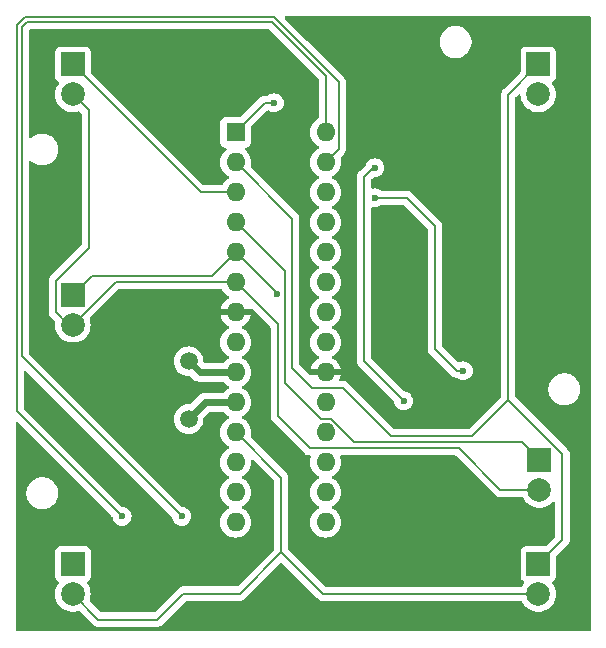
<source format=gbr>
%TF.GenerationSoftware,KiCad,Pcbnew,8.0.7*%
%TF.CreationDate,2025-01-13T22:24:01+01:00*%
%TF.ProjectId,circuit,63697263-7569-4742-9e6b-696361645f70,v1.1.0*%
%TF.SameCoordinates,Original*%
%TF.FileFunction,Copper,L2,Bot*%
%TF.FilePolarity,Positive*%
%FSLAX46Y46*%
G04 Gerber Fmt 4.6, Leading zero omitted, Abs format (unit mm)*
G04 Created by KiCad (PCBNEW 8.0.7) date 2025-01-13 22:24:01*
%MOMM*%
%LPD*%
G01*
G04 APERTURE LIST*
%TA.AperFunction,ComponentPad*%
%ADD10R,2.000000X2.000000*%
%TD*%
%TA.AperFunction,ComponentPad*%
%ADD11C,2.000000*%
%TD*%
%TA.AperFunction,ComponentPad*%
%ADD12R,1.600000X1.600000*%
%TD*%
%TA.AperFunction,ComponentPad*%
%ADD13O,1.600000X1.600000*%
%TD*%
%TA.AperFunction,ComponentPad*%
%ADD14C,1.500000*%
%TD*%
%TA.AperFunction,ViaPad*%
%ADD15C,0.600000*%
%TD*%
%TA.AperFunction,Conductor*%
%ADD16C,0.600000*%
%TD*%
%TA.AperFunction,Conductor*%
%ADD17C,0.200000*%
%TD*%
G04 APERTURE END LIST*
D10*
%TO.P,J1.1.3,1,Pin_1*%
%TO.N,/L1*%
X254750000Y-89300000D03*
D11*
%TO.P,J1.1.3,2,Pin_2*%
%TO.N,/R2*%
X254750000Y-91840000D03*
%TD*%
D10*
%TO.P,J1.1.1,1,Pin_1*%
%TO.N,/L1*%
X254750000Y-47000000D03*
D11*
%TO.P,J1.1.1,2,Pin_2*%
%TO.N,/R1*%
X254750000Y-49540000D03*
%TD*%
D10*
%TO.P,J1.1.2,1,Pin_1*%
%TO.N,/L2*%
X215350000Y-47000000D03*
D11*
%TO.P,J1.1.2,2,Pin_2*%
%TO.N,/R1*%
X215350000Y-49540000D03*
%TD*%
D10*
%TO.P,J1.2.2,1,Pin_1*%
%TO.N,/L4*%
X215350000Y-66500000D03*
D11*
%TO.P,J1.2.2,2,Pin_2*%
%TO.N,/R1*%
X215350000Y-69040000D03*
%TD*%
D12*
%TO.P,U1,1,~{RESET}/PC6*%
%TO.N,/RESET*%
X229130000Y-52740000D03*
D13*
%TO.P,U1,2,PD0*%
%TO.N,/L1*%
X229130000Y-55280000D03*
%TO.P,U1,3,PD1*%
%TO.N,/L2*%
X229130000Y-57820000D03*
%TO.P,U1,4,PD2*%
%TO.N,/L3*%
X229130000Y-60360000D03*
%TO.P,U1,5,PD3*%
%TO.N,/L4*%
X229130000Y-62900000D03*
%TO.P,U1,6,PD4*%
%TO.N,/R1*%
X229130000Y-65440000D03*
%TO.P,U1,7,VCC*%
%TO.N,+5V*%
X229130000Y-67980000D03*
%TO.P,U1,8,GND*%
%TO.N,GND*%
X229130000Y-70520000D03*
%TO.P,U1,9,XTAL1/PB6*%
%TO.N,/XTAL1*%
X229130000Y-73060000D03*
%TO.P,U1,10,XTAL2/PB7*%
%TO.N,/XTAL2*%
X229130000Y-75600000D03*
%TO.P,U1,11,PD5*%
%TO.N,/R2*%
X229130000Y-78140000D03*
%TO.P,U1,12,PD6*%
%TO.N,/R3*%
X229130000Y-80680000D03*
%TO.P,U1,13,PD7*%
%TO.N,/R4*%
X229130000Y-83220000D03*
%TO.P,U1,14,PB0*%
%TO.N,unconnected-(U1-PB0-Pad14)*%
X229130000Y-85760000D03*
%TO.P,U1,15,PB1*%
%TO.N,unconnected-(U1-PB1-Pad15)*%
X236750000Y-85760000D03*
%TO.P,U1,16,PB2*%
%TO.N,unconnected-(U1-PB2-Pad16)*%
X236750000Y-83220000D03*
%TO.P,U1,17,PB3*%
%TO.N,/MOSI*%
X236750000Y-80680000D03*
%TO.P,U1,18,PB4*%
%TO.N,/MISO*%
X236750000Y-78140000D03*
%TO.P,U1,19,PB5*%
%TO.N,/SCK*%
X236750000Y-75600000D03*
%TO.P,U1,20,AVCC*%
%TO.N,+5V*%
X236750000Y-73060000D03*
%TO.P,U1,21,AREF*%
%TO.N,unconnected-(U1-AREF-Pad21)*%
X236750000Y-70520000D03*
%TO.P,U1,22,GND*%
%TO.N,GND*%
X236750000Y-67980000D03*
%TO.P,U1,23,PC0*%
%TO.N,unconnected-(U1-PC0-Pad23)*%
X236750000Y-65440000D03*
%TO.P,U1,24,PC1*%
%TO.N,unconnected-(U1-PC1-Pad24)*%
X236750000Y-62900000D03*
%TO.P,U1,25,PC2*%
%TO.N,unconnected-(U1-PC2-Pad25)*%
X236750000Y-60360000D03*
%TO.P,U1,26,PC3*%
%TO.N,unconnected-(U1-PC3-Pad26)*%
X236750000Y-57820000D03*
%TO.P,U1,27,PC4*%
%TO.N,/SDA*%
X236750000Y-55280000D03*
%TO.P,U1,28,PC5*%
%TO.N,/SCL*%
X236750000Y-52740000D03*
%TD*%
D14*
%TO.P,Y1,1,1*%
%TO.N,/XTAL1*%
X225150000Y-72125000D03*
%TO.P,Y1,2,2*%
%TO.N,/XTAL2*%
X225150000Y-77025000D03*
%TD*%
D10*
%TO.P,J1.2.1,1,Pin_1*%
%TO.N,/L3*%
X254850000Y-80500000D03*
D11*
%TO.P,J1.2.1,2,Pin_2*%
%TO.N,/R1*%
X254850000Y-83040000D03*
%TD*%
D10*
%TO.P,J1.1.4,1,Pin_1*%
%TO.N,/L2*%
X215350000Y-89300000D03*
D11*
%TO.P,J1.1.4,2,Pin_2*%
%TO.N,/R2*%
X215350000Y-91840000D03*
%TD*%
D15*
%TO.N,+5V*%
X240920000Y-62105000D03*
X248400000Y-70400000D03*
X224560000Y-82720000D03*
X241300000Y-85400000D03*
%TO.N,/RESET*%
X232400000Y-50250000D03*
%TO.N,/L4*%
X232600000Y-66400000D03*
%TO.N,/SDA*%
X219510000Y-85260000D03*
%TO.N,/SCL*%
X224560000Y-85260000D03*
%TO.N,/Switch*%
X240920000Y-55755000D03*
X243350000Y-75480000D03*
%TO.N,/RY*%
X240920000Y-58295000D03*
X248400000Y-72940000D03*
%TD*%
D16*
%TO.N,/XTAL1*%
X226085000Y-73060000D02*
X225150000Y-72125000D01*
X229130000Y-73060000D02*
X226085000Y-73060000D01*
%TO.N,/XTAL2*%
X229130000Y-75600000D02*
X226575000Y-75600000D01*
X226575000Y-75600000D02*
X225150000Y-77025000D01*
D17*
%TO.N,/RESET*%
X232400000Y-50250000D02*
X231620000Y-50250000D01*
X231620000Y-50250000D02*
X229130000Y-52740000D01*
%TO.N,/L3*%
X236340000Y-77040000D02*
X237205635Y-77040000D01*
X237205635Y-77040000D02*
X239165635Y-79000000D01*
X233300000Y-74000000D02*
X236340000Y-77040000D01*
X229130000Y-60360000D02*
X233300000Y-64530000D01*
X233300000Y-64530000D02*
X233300000Y-74000000D01*
X253350000Y-79000000D02*
X254850000Y-80500000D01*
X239165635Y-79000000D02*
X253350000Y-79000000D01*
%TO.N,/L1*%
X233900000Y-60050000D02*
X229130000Y-55280000D01*
X252200000Y-49550000D02*
X252200000Y-75400000D01*
X252200000Y-75400000D02*
X249100000Y-78500000D01*
X256800000Y-80000000D02*
X252200000Y-75400000D01*
X252200000Y-49550000D02*
X254750000Y-47000000D01*
X242300000Y-78500000D02*
X238200000Y-74400000D01*
X233900000Y-72700000D02*
X233900000Y-60050000D01*
X235600000Y-74400000D02*
X233900000Y-72700000D01*
X238200000Y-74400000D02*
X235600000Y-74400000D01*
X249100000Y-78500000D02*
X242300000Y-78500000D01*
X256800000Y-87250000D02*
X256800000Y-80000000D01*
X254750000Y-89300000D02*
X256800000Y-87250000D01*
%TO.N,/L2*%
X226170000Y-57820000D02*
X229130000Y-57820000D01*
X215350000Y-47000000D02*
X226170000Y-57820000D01*
%TO.N,/R1*%
X232700000Y-76800000D02*
X232700000Y-69010000D01*
X213900000Y-65300000D02*
X213900000Y-68000000D01*
X254850000Y-83040000D02*
X251540000Y-83040000D01*
X216700000Y-62500000D02*
X213900000Y-65300000D01*
X213900000Y-68000000D02*
X214940000Y-69040000D01*
X216700000Y-62500000D02*
X216700000Y-50890000D01*
X214940000Y-69040000D02*
X215350000Y-69040000D01*
X218990000Y-65400000D02*
X229090000Y-65400000D01*
X248000000Y-79500000D02*
X235400000Y-79500000D01*
X251540000Y-83040000D02*
X248000000Y-79500000D01*
X232700000Y-69010000D02*
X229130000Y-65440000D01*
X235400000Y-79500000D02*
X232700000Y-76800000D01*
X215350000Y-69040000D02*
X218990000Y-65400000D01*
X229090000Y-65400000D02*
X229130000Y-65440000D01*
X215350000Y-49540000D02*
X216700000Y-50890000D01*
%TO.N,/R2*%
X254750000Y-91840000D02*
X236540000Y-91840000D01*
X215350000Y-91840000D02*
X217510000Y-94000000D01*
X222500000Y-94000000D02*
X224700000Y-91800000D01*
X229500000Y-91800000D02*
X233000000Y-88300000D01*
X236540000Y-91840000D02*
X233000000Y-88300000D01*
X233000000Y-88300000D02*
X233000000Y-82010000D01*
X217510000Y-94000000D02*
X222500000Y-94000000D01*
X233000000Y-82010000D02*
X229130000Y-78140000D01*
X224700000Y-91800000D02*
X229500000Y-91800000D01*
%TO.N,/L4*%
X232600000Y-66370000D02*
X229130000Y-62900000D01*
X215350000Y-66500000D02*
X216950000Y-64900000D01*
X216950000Y-64900000D02*
X227130000Y-64900000D01*
X232600000Y-66400000D02*
X232600000Y-66370000D01*
X227130000Y-64900000D02*
X229130000Y-62900000D01*
%TO.N,/SDA*%
X237850000Y-48484314D02*
X232365686Y-43000000D01*
X237850000Y-54180000D02*
X237850000Y-48484314D01*
X232365686Y-43000000D02*
X211300000Y-43000000D01*
X236750000Y-55280000D02*
X237850000Y-54180000D01*
X210600000Y-43700000D02*
X210600000Y-76350000D01*
X210600000Y-76350000D02*
X219510000Y-85260000D01*
X211300000Y-43000000D02*
X210600000Y-43700000D01*
%TO.N,/SCL*%
X236750000Y-47950000D02*
X232200000Y-43400000D01*
X211000000Y-43865686D02*
X211000000Y-71700000D01*
X232200000Y-43400000D02*
X211465686Y-43400000D01*
X211465686Y-43400000D02*
X211000000Y-43865686D01*
X236750000Y-52740000D02*
X236750000Y-47950000D01*
X211000000Y-71700000D02*
X224560000Y-85260000D01*
%TO.N,/Switch*%
X240000000Y-56500000D02*
X240000000Y-72130000D01*
X240920000Y-55755000D02*
X240745000Y-55755000D01*
X240745000Y-55755000D02*
X240000000Y-56500000D01*
X240000000Y-72130000D02*
X243350000Y-75480000D01*
%TO.N,/RY*%
X247840000Y-72940000D02*
X248400000Y-72940000D01*
X246000000Y-60700000D02*
X246000000Y-71100000D01*
X246000000Y-71100000D02*
X247840000Y-72940000D01*
X240920000Y-58295000D02*
X243595000Y-58295000D01*
X243595000Y-58295000D02*
X246000000Y-60700000D01*
%TD*%
%TA.AperFunction,Conductor*%
%TO.N,+5V*%
G36*
X259142539Y-42920185D02*
G01*
X259188294Y-42972989D01*
X259199500Y-43024500D01*
X259199500Y-94875500D01*
X259179815Y-94942539D01*
X259127011Y-94988294D01*
X259075500Y-94999500D01*
X210624500Y-94999500D01*
X210557461Y-94979815D01*
X210511706Y-94927011D01*
X210500500Y-94875500D01*
X210500500Y-83193713D01*
X211399500Y-83193713D01*
X211399500Y-83406287D01*
X211432754Y-83616243D01*
X211478361Y-83756607D01*
X211498444Y-83818414D01*
X211594951Y-84007820D01*
X211719890Y-84179786D01*
X211870213Y-84330109D01*
X212042179Y-84455048D01*
X212042181Y-84455049D01*
X212042184Y-84455051D01*
X212231588Y-84551557D01*
X212433757Y-84617246D01*
X212643713Y-84650500D01*
X212643714Y-84650500D01*
X212856286Y-84650500D01*
X212856287Y-84650500D01*
X213066243Y-84617246D01*
X213268412Y-84551557D01*
X213457816Y-84455051D01*
X213507673Y-84418828D01*
X213629786Y-84330109D01*
X213629788Y-84330106D01*
X213629792Y-84330104D01*
X213780104Y-84179792D01*
X213780106Y-84179788D01*
X213780109Y-84179786D01*
X213905048Y-84007820D01*
X213905047Y-84007820D01*
X213905051Y-84007816D01*
X214001557Y-83818412D01*
X214067246Y-83616243D01*
X214100500Y-83406287D01*
X214100500Y-83193713D01*
X214067246Y-82983757D01*
X214001557Y-82781588D01*
X213905051Y-82592184D01*
X213905049Y-82592181D01*
X213905048Y-82592179D01*
X213780109Y-82420213D01*
X213629786Y-82269890D01*
X213457820Y-82144951D01*
X213268414Y-82048444D01*
X213268413Y-82048443D01*
X213268412Y-82048443D01*
X213066243Y-81982754D01*
X213066241Y-81982753D01*
X213066240Y-81982753D01*
X212904957Y-81957208D01*
X212856287Y-81949500D01*
X212643713Y-81949500D01*
X212595042Y-81957208D01*
X212433760Y-81982753D01*
X212231585Y-82048444D01*
X212042179Y-82144951D01*
X211870213Y-82269890D01*
X211719890Y-82420213D01*
X211594951Y-82592179D01*
X211498444Y-82781585D01*
X211432753Y-82983760D01*
X211431242Y-82993302D01*
X211399500Y-83193713D01*
X210500500Y-83193713D01*
X210500500Y-77399097D01*
X210520185Y-77332058D01*
X210572989Y-77286303D01*
X210642147Y-77276359D01*
X210705703Y-77305384D01*
X210712181Y-77311416D01*
X218679298Y-85278533D01*
X218712783Y-85339856D01*
X218714837Y-85352330D01*
X218724630Y-85439249D01*
X218784210Y-85609521D01*
X218878761Y-85759998D01*
X218880184Y-85762262D01*
X219007738Y-85889816D01*
X219160478Y-85985789D01*
X219330745Y-86045368D01*
X219330750Y-86045369D01*
X219509996Y-86065565D01*
X219510000Y-86065565D01*
X219510004Y-86065565D01*
X219689249Y-86045369D01*
X219689252Y-86045368D01*
X219689255Y-86045368D01*
X219859522Y-85985789D01*
X220012262Y-85889816D01*
X220139816Y-85762262D01*
X220235789Y-85609522D01*
X220295368Y-85439255D01*
X220305162Y-85352330D01*
X220315565Y-85260003D01*
X220315565Y-85259996D01*
X220295369Y-85080750D01*
X220295368Y-85080745D01*
X220235788Y-84910476D01*
X220141208Y-84759954D01*
X220139816Y-84757738D01*
X220012262Y-84630184D01*
X219991671Y-84617246D01*
X219859521Y-84534210D01*
X219689249Y-84474630D01*
X219602330Y-84464837D01*
X219537916Y-84437770D01*
X219528533Y-84429298D01*
X211236819Y-76137584D01*
X211203334Y-76076261D01*
X211200500Y-76049903D01*
X211200500Y-73049097D01*
X211220185Y-72982058D01*
X211272989Y-72936303D01*
X211342147Y-72926359D01*
X211405703Y-72955384D01*
X211412181Y-72961416D01*
X223729298Y-85278533D01*
X223762783Y-85339856D01*
X223764837Y-85352330D01*
X223774630Y-85439249D01*
X223834210Y-85609521D01*
X223928761Y-85759998D01*
X223930184Y-85762262D01*
X224057738Y-85889816D01*
X224210478Y-85985789D01*
X224380745Y-86045368D01*
X224380750Y-86045369D01*
X224559996Y-86065565D01*
X224560000Y-86065565D01*
X224560004Y-86065565D01*
X224739249Y-86045369D01*
X224739252Y-86045368D01*
X224739255Y-86045368D01*
X224909522Y-85985789D01*
X225062262Y-85889816D01*
X225189816Y-85762262D01*
X225285789Y-85609522D01*
X225345368Y-85439255D01*
X225355162Y-85352330D01*
X225365565Y-85260003D01*
X225365565Y-85259996D01*
X225345369Y-85080750D01*
X225345368Y-85080745D01*
X225285788Y-84910476D01*
X225191208Y-84759954D01*
X225189816Y-84757738D01*
X225062262Y-84630184D01*
X225041671Y-84617246D01*
X224909521Y-84534210D01*
X224739249Y-84474630D01*
X224652330Y-84464837D01*
X224587916Y-84437770D01*
X224578533Y-84429298D01*
X211636819Y-71487584D01*
X211603334Y-71426261D01*
X211600500Y-71399903D01*
X211600500Y-55259758D01*
X211620185Y-55192719D01*
X211672989Y-55146964D01*
X211742147Y-55137020D01*
X211805703Y-55166045D01*
X211812181Y-55172077D01*
X211870213Y-55230109D01*
X212042179Y-55355048D01*
X212042181Y-55355049D01*
X212042184Y-55355051D01*
X212231588Y-55451557D01*
X212433757Y-55517246D01*
X212643713Y-55550500D01*
X212643714Y-55550500D01*
X212856286Y-55550500D01*
X212856287Y-55550500D01*
X213066243Y-55517246D01*
X213268412Y-55451557D01*
X213457816Y-55355051D01*
X213479789Y-55339086D01*
X213629786Y-55230109D01*
X213629788Y-55230106D01*
X213629792Y-55230104D01*
X213780104Y-55079792D01*
X213780106Y-55079788D01*
X213780109Y-55079786D01*
X213905048Y-54907820D01*
X213905047Y-54907820D01*
X213905051Y-54907816D01*
X214001557Y-54718412D01*
X214067246Y-54516243D01*
X214100500Y-54306287D01*
X214100500Y-54093713D01*
X214067246Y-53883757D01*
X214001557Y-53681588D01*
X213905051Y-53492184D01*
X213905049Y-53492181D01*
X213905048Y-53492179D01*
X213780109Y-53320213D01*
X213629786Y-53169890D01*
X213457820Y-53044951D01*
X213268414Y-52948444D01*
X213268413Y-52948443D01*
X213268412Y-52948443D01*
X213066243Y-52882754D01*
X213066241Y-52882753D01*
X213066240Y-52882753D01*
X212904957Y-52857208D01*
X212856287Y-52849500D01*
X212643713Y-52849500D01*
X212595042Y-52857208D01*
X212433760Y-52882753D01*
X212231585Y-52948444D01*
X212042179Y-53044951D01*
X211870213Y-53169890D01*
X211870209Y-53169894D01*
X211812181Y-53227923D01*
X211750858Y-53261408D01*
X211681166Y-53256424D01*
X211625233Y-53214552D01*
X211600816Y-53149088D01*
X211600500Y-53140242D01*
X211600500Y-44165783D01*
X211620185Y-44098744D01*
X211636819Y-44078102D01*
X211678102Y-44036819D01*
X211739425Y-44003334D01*
X211765783Y-44000500D01*
X231899903Y-44000500D01*
X231966942Y-44020185D01*
X231987584Y-44036819D01*
X236113181Y-48162416D01*
X236146666Y-48223739D01*
X236149500Y-48250097D01*
X236149500Y-51508306D01*
X236129815Y-51575345D01*
X236096623Y-51609881D01*
X235910859Y-51739953D01*
X235749954Y-51900858D01*
X235619432Y-52087265D01*
X235619431Y-52087267D01*
X235523261Y-52293502D01*
X235523258Y-52293511D01*
X235464366Y-52513302D01*
X235464364Y-52513313D01*
X235444532Y-52739998D01*
X235444532Y-52740001D01*
X235464364Y-52966686D01*
X235464366Y-52966697D01*
X235523258Y-53186488D01*
X235523261Y-53186497D01*
X235619431Y-53392732D01*
X235619432Y-53392734D01*
X235749954Y-53579141D01*
X235910858Y-53740045D01*
X235910861Y-53740047D01*
X236097266Y-53870568D01*
X236155275Y-53897618D01*
X236207714Y-53943791D01*
X236226866Y-54010984D01*
X236206650Y-54077865D01*
X236155275Y-54122382D01*
X236097267Y-54149431D01*
X236097265Y-54149432D01*
X235910858Y-54279954D01*
X235749954Y-54440858D01*
X235619432Y-54627265D01*
X235619431Y-54627267D01*
X235523261Y-54833502D01*
X235523258Y-54833511D01*
X235464366Y-55053302D01*
X235464364Y-55053313D01*
X235444532Y-55279998D01*
X235444532Y-55280001D01*
X235464364Y-55506686D01*
X235464366Y-55506697D01*
X235523258Y-55726488D01*
X235523261Y-55726497D01*
X235619431Y-55932732D01*
X235619432Y-55932734D01*
X235749954Y-56119141D01*
X235910858Y-56280045D01*
X235910861Y-56280047D01*
X236097266Y-56410568D01*
X236155275Y-56437618D01*
X236207714Y-56483791D01*
X236226866Y-56550984D01*
X236206650Y-56617865D01*
X236155275Y-56662382D01*
X236097267Y-56689431D01*
X236097265Y-56689432D01*
X235910858Y-56819954D01*
X235749954Y-56980858D01*
X235619432Y-57167265D01*
X235619431Y-57167267D01*
X235523261Y-57373502D01*
X235523258Y-57373511D01*
X235464366Y-57593302D01*
X235464364Y-57593313D01*
X235444532Y-57819998D01*
X235444532Y-57820001D01*
X235464364Y-58046686D01*
X235464366Y-58046697D01*
X235523258Y-58266488D01*
X235523261Y-58266497D01*
X235619431Y-58472732D01*
X235619432Y-58472734D01*
X235749954Y-58659141D01*
X235910858Y-58820045D01*
X235910861Y-58820047D01*
X236097266Y-58950568D01*
X236155275Y-58977618D01*
X236207714Y-59023791D01*
X236226866Y-59090984D01*
X236206650Y-59157865D01*
X236155275Y-59202382D01*
X236097267Y-59229431D01*
X236097265Y-59229432D01*
X235910858Y-59359954D01*
X235749954Y-59520858D01*
X235619432Y-59707265D01*
X235619431Y-59707267D01*
X235523261Y-59913502D01*
X235523258Y-59913511D01*
X235464366Y-60133302D01*
X235464364Y-60133313D01*
X235444532Y-60359998D01*
X235444532Y-60360001D01*
X235464364Y-60586686D01*
X235464366Y-60586697D01*
X235523258Y-60806488D01*
X235523261Y-60806497D01*
X235619431Y-61012732D01*
X235619432Y-61012734D01*
X235749954Y-61199141D01*
X235910858Y-61360045D01*
X235910861Y-61360047D01*
X236097266Y-61490568D01*
X236155275Y-61517618D01*
X236207714Y-61563791D01*
X236226866Y-61630984D01*
X236206650Y-61697865D01*
X236155275Y-61742382D01*
X236097267Y-61769431D01*
X236097265Y-61769432D01*
X235910858Y-61899954D01*
X235749954Y-62060858D01*
X235619432Y-62247265D01*
X235619431Y-62247267D01*
X235523261Y-62453502D01*
X235523258Y-62453511D01*
X235464366Y-62673302D01*
X235464364Y-62673313D01*
X235444532Y-62899998D01*
X235444532Y-62900001D01*
X235464364Y-63126686D01*
X235464366Y-63126697D01*
X235523258Y-63346488D01*
X235523261Y-63346497D01*
X235619431Y-63552732D01*
X235619432Y-63552734D01*
X235749954Y-63739141D01*
X235910858Y-63900045D01*
X235910861Y-63900047D01*
X236097266Y-64030568D01*
X236155275Y-64057618D01*
X236207714Y-64103791D01*
X236226866Y-64170984D01*
X236206650Y-64237865D01*
X236155275Y-64282382D01*
X236097267Y-64309431D01*
X236097265Y-64309432D01*
X235910858Y-64439954D01*
X235749954Y-64600858D01*
X235619432Y-64787265D01*
X235619431Y-64787267D01*
X235523261Y-64993502D01*
X235523258Y-64993511D01*
X235464366Y-65213302D01*
X235464364Y-65213313D01*
X235444532Y-65439998D01*
X235444532Y-65440001D01*
X235464364Y-65666686D01*
X235464366Y-65666697D01*
X235523258Y-65886488D01*
X235523261Y-65886497D01*
X235619431Y-66092732D01*
X235619432Y-66092734D01*
X235749954Y-66279141D01*
X235910858Y-66440045D01*
X235937243Y-66458520D01*
X236097266Y-66570568D01*
X236155275Y-66597618D01*
X236207714Y-66643791D01*
X236226866Y-66710984D01*
X236206650Y-66777865D01*
X236155275Y-66822382D01*
X236097267Y-66849431D01*
X236097265Y-66849432D01*
X235910858Y-66979954D01*
X235749954Y-67140858D01*
X235619432Y-67327265D01*
X235619431Y-67327267D01*
X235523261Y-67533502D01*
X235523258Y-67533511D01*
X235464366Y-67753302D01*
X235464364Y-67753313D01*
X235444532Y-67979998D01*
X235444532Y-67980001D01*
X235464364Y-68206686D01*
X235464366Y-68206697D01*
X235523258Y-68426488D01*
X235523261Y-68426497D01*
X235619431Y-68632732D01*
X235619432Y-68632734D01*
X235749954Y-68819141D01*
X235910858Y-68980045D01*
X235910861Y-68980047D01*
X236097266Y-69110568D01*
X236154681Y-69137341D01*
X236155275Y-69137618D01*
X236207714Y-69183791D01*
X236226866Y-69250984D01*
X236206650Y-69317865D01*
X236155275Y-69362382D01*
X236097267Y-69389431D01*
X236097265Y-69389432D01*
X235910858Y-69519954D01*
X235749954Y-69680858D01*
X235619432Y-69867265D01*
X235619431Y-69867267D01*
X235523261Y-70073502D01*
X235523258Y-70073511D01*
X235464366Y-70293302D01*
X235464364Y-70293313D01*
X235444532Y-70519998D01*
X235444532Y-70520001D01*
X235464364Y-70746686D01*
X235464366Y-70746697D01*
X235523258Y-70966488D01*
X235523261Y-70966497D01*
X235619431Y-71172732D01*
X235619432Y-71172734D01*
X235749954Y-71359141D01*
X235910858Y-71520045D01*
X235910861Y-71520047D01*
X236097266Y-71650568D01*
X236155865Y-71677893D01*
X236208305Y-71724065D01*
X236227457Y-71791258D01*
X236207242Y-71858139D01*
X236155867Y-71902657D01*
X236097515Y-71929867D01*
X235911179Y-72060342D01*
X235750342Y-72221179D01*
X235619865Y-72407517D01*
X235523734Y-72613673D01*
X235523730Y-72613682D01*
X235471127Y-72809999D01*
X235471128Y-72810000D01*
X236434314Y-72810000D01*
X236429920Y-72814394D01*
X236377259Y-72905606D01*
X236350000Y-73007339D01*
X236350000Y-73112661D01*
X236377259Y-73214394D01*
X236429920Y-73305606D01*
X236434314Y-73310000D01*
X235410597Y-73310000D01*
X235343558Y-73290315D01*
X235322916Y-73273681D01*
X234536819Y-72487584D01*
X234503334Y-72426261D01*
X234500500Y-72399903D01*
X234500500Y-60139060D01*
X234500501Y-60139047D01*
X234500501Y-59970944D01*
X234500501Y-59970943D01*
X234459577Y-59818216D01*
X234459573Y-59818209D01*
X234380524Y-59681290D01*
X234380518Y-59681282D01*
X232434659Y-57735423D01*
X230421940Y-55722705D01*
X230388456Y-55661383D01*
X230389847Y-55602931D01*
X230415635Y-55506692D01*
X230435468Y-55280000D01*
X230415635Y-55053308D01*
X230356739Y-54833504D01*
X230260568Y-54627266D01*
X230130047Y-54440861D01*
X230130046Y-54440860D01*
X230130045Y-54440858D01*
X229969143Y-54279956D01*
X229944536Y-54262726D01*
X229900912Y-54208149D01*
X229893719Y-54138650D01*
X229925241Y-54076296D01*
X229985471Y-54040882D01*
X230002404Y-54037861D01*
X230037483Y-54034091D01*
X230172331Y-53983796D01*
X230287546Y-53897546D01*
X230373796Y-53782331D01*
X230424091Y-53647483D01*
X230430500Y-53587873D01*
X230430499Y-52340096D01*
X230450184Y-52273058D01*
X230466813Y-52252421D01*
X231792000Y-50927233D01*
X231853321Y-50893750D01*
X231923013Y-50898734D01*
X231945651Y-50909922D01*
X232030415Y-50963183D01*
X232050478Y-50975789D01*
X232118446Y-50999572D01*
X232220745Y-51035368D01*
X232220750Y-51035369D01*
X232399996Y-51055565D01*
X232400000Y-51055565D01*
X232400004Y-51055565D01*
X232579249Y-51035369D01*
X232579252Y-51035368D01*
X232579255Y-51035368D01*
X232749522Y-50975789D01*
X232902262Y-50879816D01*
X233029816Y-50752262D01*
X233125789Y-50599522D01*
X233185368Y-50429255D01*
X233187596Y-50409480D01*
X233205565Y-50250003D01*
X233205565Y-50249996D01*
X233185369Y-50070750D01*
X233185368Y-50070745D01*
X233125788Y-49900476D01*
X233086582Y-49838080D01*
X233029816Y-49747738D01*
X232902262Y-49620184D01*
X232749523Y-49524211D01*
X232579254Y-49464631D01*
X232579249Y-49464630D01*
X232400004Y-49444435D01*
X232399996Y-49444435D01*
X232220750Y-49464630D01*
X232220745Y-49464631D01*
X232050476Y-49524211D01*
X231897736Y-49620185D01*
X231894903Y-49622445D01*
X231892724Y-49623334D01*
X231891842Y-49623889D01*
X231891744Y-49623734D01*
X231830217Y-49648855D01*
X231817588Y-49649500D01*
X231706670Y-49649500D01*
X231706654Y-49649499D01*
X231699058Y-49649499D01*
X231540943Y-49649499D01*
X231464579Y-49669961D01*
X231388214Y-49690423D01*
X231388209Y-49690426D01*
X231251290Y-49769475D01*
X231251282Y-49769481D01*
X229617582Y-51403181D01*
X229556259Y-51436666D01*
X229529901Y-51439500D01*
X228282129Y-51439500D01*
X228282123Y-51439501D01*
X228222516Y-51445908D01*
X228087671Y-51496202D01*
X228087664Y-51496206D01*
X227972455Y-51582452D01*
X227972452Y-51582455D01*
X227886206Y-51697664D01*
X227886202Y-51697671D01*
X227835908Y-51832517D01*
X227829501Y-51892116D01*
X227829500Y-51892135D01*
X227829500Y-53587870D01*
X227829501Y-53587876D01*
X227835908Y-53647483D01*
X227886202Y-53782328D01*
X227886206Y-53782335D01*
X227972452Y-53897544D01*
X227972455Y-53897547D01*
X228087664Y-53983793D01*
X228087671Y-53983797D01*
X228132618Y-54000561D01*
X228222517Y-54034091D01*
X228257596Y-54037862D01*
X228322144Y-54064599D01*
X228361993Y-54121991D01*
X228364488Y-54191816D01*
X228328836Y-54251905D01*
X228315464Y-54262725D01*
X228290858Y-54279954D01*
X228129954Y-54440858D01*
X227999432Y-54627265D01*
X227999431Y-54627267D01*
X227903261Y-54833502D01*
X227903258Y-54833511D01*
X227844366Y-55053302D01*
X227844364Y-55053313D01*
X227824532Y-55279998D01*
X227824532Y-55280001D01*
X227844364Y-55506686D01*
X227844366Y-55506697D01*
X227903258Y-55726488D01*
X227903261Y-55726497D01*
X227999431Y-55932732D01*
X227999432Y-55932734D01*
X228129954Y-56119141D01*
X228290858Y-56280045D01*
X228290861Y-56280047D01*
X228477266Y-56410568D01*
X228535275Y-56437618D01*
X228587714Y-56483791D01*
X228606866Y-56550984D01*
X228586650Y-56617865D01*
X228535275Y-56662382D01*
X228477267Y-56689431D01*
X228477265Y-56689432D01*
X228290858Y-56819954D01*
X228129954Y-56980858D01*
X228053450Y-57090118D01*
X227999881Y-57166624D01*
X227945307Y-57210248D01*
X227898308Y-57219500D01*
X226470098Y-57219500D01*
X226403059Y-57199815D01*
X226382417Y-57183181D01*
X216886818Y-47687582D01*
X216853333Y-47626259D01*
X216850499Y-47599901D01*
X216850499Y-45952129D01*
X216850498Y-45952123D01*
X216850497Y-45952116D01*
X216844091Y-45892517D01*
X216793796Y-45757669D01*
X216793795Y-45757668D01*
X216793793Y-45757664D01*
X216707547Y-45642455D01*
X216707544Y-45642452D01*
X216592335Y-45556206D01*
X216592328Y-45556202D01*
X216457482Y-45505908D01*
X216457483Y-45505908D01*
X216397883Y-45499501D01*
X216397881Y-45499500D01*
X216397873Y-45499500D01*
X216397864Y-45499500D01*
X214302129Y-45499500D01*
X214302123Y-45499501D01*
X214242516Y-45505908D01*
X214107671Y-45556202D01*
X214107664Y-45556206D01*
X213992455Y-45642452D01*
X213992452Y-45642455D01*
X213906206Y-45757664D01*
X213906202Y-45757671D01*
X213855908Y-45892517D01*
X213849501Y-45952116D01*
X213849501Y-45952123D01*
X213849500Y-45952135D01*
X213849500Y-48047870D01*
X213849501Y-48047876D01*
X213855908Y-48107483D01*
X213906202Y-48242328D01*
X213906206Y-48242335D01*
X213992452Y-48357544D01*
X213992455Y-48357547D01*
X214107664Y-48443793D01*
X214112361Y-48446358D01*
X214161766Y-48495764D01*
X214176617Y-48564037D01*
X214156742Y-48623011D01*
X214025826Y-48823393D01*
X213925936Y-49051118D01*
X213864892Y-49292175D01*
X213864890Y-49292187D01*
X213844357Y-49539994D01*
X213844357Y-49540005D01*
X213864890Y-49787812D01*
X213864892Y-49787824D01*
X213925936Y-50028881D01*
X214025826Y-50256606D01*
X214161833Y-50464782D01*
X214161836Y-50464785D01*
X214330256Y-50647738D01*
X214526491Y-50800474D01*
X214526493Y-50800475D01*
X214708059Y-50898734D01*
X214745190Y-50918828D01*
X214980386Y-50999571D01*
X215225665Y-51040500D01*
X215474335Y-51040500D01*
X215719608Y-50999572D01*
X215719607Y-50999572D01*
X215719614Y-50999571D01*
X215825607Y-50963182D01*
X215895402Y-50960033D01*
X215953548Y-50992783D01*
X216063181Y-51102416D01*
X216096666Y-51163739D01*
X216099500Y-51190097D01*
X216099500Y-62199902D01*
X216079815Y-62266941D01*
X216063181Y-62287583D01*
X213419481Y-64931282D01*
X213419479Y-64931285D01*
X213401064Y-64963181D01*
X213372040Y-65013453D01*
X213340423Y-65068215D01*
X213299499Y-65220943D01*
X213299499Y-65220945D01*
X213299499Y-65389046D01*
X213299500Y-65389059D01*
X213299500Y-67913330D01*
X213299499Y-67913348D01*
X213299499Y-68079054D01*
X213299498Y-68079054D01*
X213340423Y-68231785D01*
X213369358Y-68281900D01*
X213369359Y-68281904D01*
X213369360Y-68281904D01*
X213419479Y-68368714D01*
X213419481Y-68368717D01*
X213538349Y-68487585D01*
X213538355Y-68487590D01*
X213822570Y-68771805D01*
X213856055Y-68833128D01*
X213858465Y-68869724D01*
X213844358Y-69039994D01*
X213844357Y-69040005D01*
X213864890Y-69287812D01*
X213864892Y-69287824D01*
X213925936Y-69528881D01*
X214025826Y-69756606D01*
X214161833Y-69964782D01*
X214161836Y-69964785D01*
X214330256Y-70147738D01*
X214526491Y-70300474D01*
X214745190Y-70418828D01*
X214980386Y-70499571D01*
X215225665Y-70540500D01*
X215474335Y-70540500D01*
X215719614Y-70499571D01*
X215954810Y-70418828D01*
X216173509Y-70300474D01*
X216369744Y-70147738D01*
X216538164Y-69964785D01*
X216674173Y-69756607D01*
X216774063Y-69528881D01*
X216835108Y-69287821D01*
X216835109Y-69287812D01*
X216855643Y-69040005D01*
X216855643Y-69039994D01*
X216835109Y-68792187D01*
X216835108Y-68792183D01*
X216835108Y-68792179D01*
X216774063Y-68551119D01*
X216774062Y-68551118D01*
X216773992Y-68550839D01*
X216776616Y-68481018D01*
X216806514Y-68432719D01*
X219202416Y-66036819D01*
X219263739Y-66003334D01*
X219290097Y-66000500D01*
X227877426Y-66000500D01*
X227944465Y-66020185D01*
X227989807Y-66072094D01*
X227999431Y-66092732D01*
X227999432Y-66092734D01*
X228129954Y-66279141D01*
X228290858Y-66440045D01*
X228317243Y-66458520D01*
X228477266Y-66570568D01*
X228535865Y-66597893D01*
X228588305Y-66644065D01*
X228607457Y-66711258D01*
X228587242Y-66778139D01*
X228535867Y-66822657D01*
X228477515Y-66849867D01*
X228291179Y-66980342D01*
X228130342Y-67141179D01*
X227999865Y-67327517D01*
X227903734Y-67533673D01*
X227903730Y-67533682D01*
X227851127Y-67729999D01*
X227851128Y-67730000D01*
X228814314Y-67730000D01*
X228809920Y-67734394D01*
X228757259Y-67825606D01*
X228730000Y-67927339D01*
X228730000Y-68032661D01*
X228757259Y-68134394D01*
X228809920Y-68225606D01*
X228814314Y-68230000D01*
X227851128Y-68230000D01*
X227903730Y-68426317D01*
X227903734Y-68426326D01*
X227999865Y-68632482D01*
X228130342Y-68818820D01*
X228291179Y-68979657D01*
X228477518Y-69110134D01*
X228477520Y-69110135D01*
X228535865Y-69137342D01*
X228588305Y-69183514D01*
X228607457Y-69250707D01*
X228587242Y-69317589D01*
X228535867Y-69362105D01*
X228477268Y-69389431D01*
X228477264Y-69389433D01*
X228290858Y-69519954D01*
X228129954Y-69680858D01*
X227999432Y-69867265D01*
X227999431Y-69867267D01*
X227903261Y-70073502D01*
X227903258Y-70073511D01*
X227844366Y-70293302D01*
X227844364Y-70293313D01*
X227824532Y-70519998D01*
X227824532Y-70520001D01*
X227844364Y-70746686D01*
X227844366Y-70746697D01*
X227903258Y-70966488D01*
X227903261Y-70966497D01*
X227999431Y-71172732D01*
X227999432Y-71172734D01*
X228129954Y-71359141D01*
X228290858Y-71520045D01*
X228290861Y-71520047D01*
X228477266Y-71650568D01*
X228535275Y-71677618D01*
X228587714Y-71723791D01*
X228606866Y-71790984D01*
X228586650Y-71857865D01*
X228535275Y-71902381D01*
X228525322Y-71907023D01*
X228477267Y-71929431D01*
X228477265Y-71929432D01*
X228290858Y-72059954D01*
X228127632Y-72223181D01*
X228066309Y-72256666D01*
X228039951Y-72259500D01*
X226528832Y-72259500D01*
X226461793Y-72239815D01*
X226416038Y-72187011D01*
X226406290Y-72130415D01*
X226405277Y-72130415D01*
X226405277Y-72124997D01*
X226398798Y-72050943D01*
X226386207Y-71907023D01*
X226343259Y-71746739D01*
X226329577Y-71695677D01*
X226329576Y-71695676D01*
X226329575Y-71695670D01*
X226237102Y-71497362D01*
X226237100Y-71497359D01*
X226237099Y-71497357D01*
X226111599Y-71318124D01*
X226111596Y-71318121D01*
X225956877Y-71163402D01*
X225777639Y-71037898D01*
X225777640Y-71037898D01*
X225777638Y-71037897D01*
X225678484Y-70991661D01*
X225579330Y-70945425D01*
X225579326Y-70945424D01*
X225579322Y-70945422D01*
X225367977Y-70888793D01*
X225150002Y-70869723D01*
X225149998Y-70869723D01*
X225004682Y-70882436D01*
X224932023Y-70888793D01*
X224932020Y-70888793D01*
X224720677Y-70945422D01*
X224720668Y-70945426D01*
X224522361Y-71037898D01*
X224522357Y-71037900D01*
X224343121Y-71163402D01*
X224188402Y-71318121D01*
X224062900Y-71497357D01*
X224062898Y-71497361D01*
X223970426Y-71695668D01*
X223970422Y-71695677D01*
X223913793Y-71907020D01*
X223913793Y-71907023D01*
X223909025Y-71961517D01*
X223894723Y-72124997D01*
X223894723Y-72125002D01*
X223913793Y-72342975D01*
X223913793Y-72342979D01*
X223970422Y-72554322D01*
X223970424Y-72554326D01*
X223970425Y-72554330D01*
X223999921Y-72617585D01*
X224062897Y-72752638D01*
X224062898Y-72752639D01*
X224188402Y-72931877D01*
X224343123Y-73086598D01*
X224522361Y-73212102D01*
X224720670Y-73304575D01*
X224720676Y-73304576D01*
X224720677Y-73304577D01*
X224736113Y-73308713D01*
X224932023Y-73361207D01*
X225114926Y-73377208D01*
X225149998Y-73380277D01*
X225149999Y-73380277D01*
X225149999Y-73380276D01*
X225150000Y-73380277D01*
X225205685Y-73375404D01*
X225274182Y-73389169D01*
X225304173Y-73411251D01*
X225574707Y-73681786D01*
X225574711Y-73681789D01*
X225705814Y-73769390D01*
X225705818Y-73769392D01*
X225705821Y-73769394D01*
X225851503Y-73829738D01*
X225993650Y-73858012D01*
X226006153Y-73860499D01*
X226006157Y-73860500D01*
X226006158Y-73860500D01*
X228039951Y-73860500D01*
X228106990Y-73880185D01*
X228127632Y-73896819D01*
X228290858Y-74060045D01*
X228290861Y-74060047D01*
X228477266Y-74190568D01*
X228535275Y-74217618D01*
X228587714Y-74263791D01*
X228606866Y-74330984D01*
X228586650Y-74397865D01*
X228535275Y-74442382D01*
X228477267Y-74469431D01*
X228477265Y-74469432D01*
X228290858Y-74599954D01*
X228127632Y-74763181D01*
X228066309Y-74796666D01*
X228039951Y-74799500D01*
X226496154Y-74799500D01*
X226345345Y-74829497D01*
X226345346Y-74829498D01*
X226341512Y-74830260D01*
X226341499Y-74830264D01*
X226195827Y-74890602D01*
X226195814Y-74890609D01*
X226064712Y-74978209D01*
X226024510Y-75018412D01*
X225953211Y-75089711D01*
X225953209Y-75089713D01*
X225304174Y-75738747D01*
X225242851Y-75772232D01*
X225205687Y-75774594D01*
X225150004Y-75769723D01*
X225149998Y-75769723D01*
X225004682Y-75782436D01*
X224932023Y-75788793D01*
X224932020Y-75788793D01*
X224720677Y-75845422D01*
X224720668Y-75845426D01*
X224522361Y-75937898D01*
X224522357Y-75937900D01*
X224343121Y-76063402D01*
X224188402Y-76218121D01*
X224062900Y-76397357D01*
X224062898Y-76397361D01*
X223970426Y-76595668D01*
X223970422Y-76595677D01*
X223913793Y-76807020D01*
X223913793Y-76807024D01*
X223894723Y-77024997D01*
X223894723Y-77025002D01*
X223913793Y-77242975D01*
X223913793Y-77242979D01*
X223970422Y-77454322D01*
X223970424Y-77454326D01*
X223970425Y-77454330D01*
X223985784Y-77487267D01*
X224062897Y-77652638D01*
X224062898Y-77652639D01*
X224188402Y-77831877D01*
X224343123Y-77986598D01*
X224522361Y-78112102D01*
X224720670Y-78204575D01*
X224932023Y-78261207D01*
X225114926Y-78277208D01*
X225149998Y-78280277D01*
X225150000Y-78280277D01*
X225150002Y-78280277D01*
X225178254Y-78277805D01*
X225367977Y-78261207D01*
X225579330Y-78204575D01*
X225777639Y-78112102D01*
X225956877Y-77986598D01*
X226111598Y-77831877D01*
X226237102Y-77652639D01*
X226329575Y-77454330D01*
X226386207Y-77242977D01*
X226402805Y-77053254D01*
X226405277Y-77025002D01*
X226403915Y-77009432D01*
X226400404Y-76969311D01*
X226414170Y-76900814D01*
X226436247Y-76870828D01*
X226870258Y-76436819D01*
X226931581Y-76403334D01*
X226957939Y-76400500D01*
X228039951Y-76400500D01*
X228106990Y-76420185D01*
X228127632Y-76436819D01*
X228290858Y-76600045D01*
X228290861Y-76600047D01*
X228477266Y-76730568D01*
X228535275Y-76757618D01*
X228587714Y-76803791D01*
X228606866Y-76870984D01*
X228586650Y-76937865D01*
X228535275Y-76982382D01*
X228477267Y-77009431D01*
X228477265Y-77009432D01*
X228290858Y-77139954D01*
X228129954Y-77300858D01*
X227999432Y-77487265D01*
X227999431Y-77487267D01*
X227903261Y-77693502D01*
X227903258Y-77693511D01*
X227844366Y-77913302D01*
X227844364Y-77913313D01*
X227824532Y-78139998D01*
X227824532Y-78140001D01*
X227844364Y-78366686D01*
X227844366Y-78366697D01*
X227903258Y-78586488D01*
X227903261Y-78586497D01*
X227999431Y-78792732D01*
X227999432Y-78792734D01*
X228129954Y-78979141D01*
X228290858Y-79140045D01*
X228290861Y-79140047D01*
X228477266Y-79270568D01*
X228535275Y-79297618D01*
X228587714Y-79343791D01*
X228606866Y-79410984D01*
X228586650Y-79477865D01*
X228535275Y-79522382D01*
X228477267Y-79549431D01*
X228477265Y-79549432D01*
X228290858Y-79679954D01*
X228129954Y-79840858D01*
X227999432Y-80027265D01*
X227999431Y-80027267D01*
X227903261Y-80233502D01*
X227903258Y-80233511D01*
X227844366Y-80453302D01*
X227844364Y-80453313D01*
X227824532Y-80679998D01*
X227824532Y-80680001D01*
X227844364Y-80906686D01*
X227844366Y-80906697D01*
X227903258Y-81126488D01*
X227903261Y-81126497D01*
X227999431Y-81332732D01*
X227999432Y-81332734D01*
X228129954Y-81519141D01*
X228290858Y-81680045D01*
X228290861Y-81680047D01*
X228477266Y-81810568D01*
X228535275Y-81837618D01*
X228587714Y-81883791D01*
X228606866Y-81950984D01*
X228586650Y-82017865D01*
X228535275Y-82062381D01*
X228518272Y-82070310D01*
X228477267Y-82089431D01*
X228477265Y-82089432D01*
X228290858Y-82219954D01*
X228129954Y-82380858D01*
X227999432Y-82567265D01*
X227999431Y-82567267D01*
X227903261Y-82773502D01*
X227903258Y-82773511D01*
X227844366Y-82993302D01*
X227844364Y-82993313D01*
X227824532Y-83219998D01*
X227824532Y-83220001D01*
X227844364Y-83446686D01*
X227844366Y-83446697D01*
X227903258Y-83666488D01*
X227903261Y-83666497D01*
X227999431Y-83872732D01*
X227999432Y-83872734D01*
X228129954Y-84059141D01*
X228290858Y-84220045D01*
X228290861Y-84220047D01*
X228477266Y-84350568D01*
X228535275Y-84377618D01*
X228587714Y-84423791D01*
X228606866Y-84490984D01*
X228586650Y-84557865D01*
X228535275Y-84602382D01*
X228477267Y-84629431D01*
X228477265Y-84629432D01*
X228290858Y-84759954D01*
X228129954Y-84920858D01*
X227999432Y-85107265D01*
X227999431Y-85107267D01*
X227903261Y-85313502D01*
X227903258Y-85313511D01*
X227844366Y-85533302D01*
X227844364Y-85533313D01*
X227824532Y-85759998D01*
X227824532Y-85760001D01*
X227844364Y-85986686D01*
X227844366Y-85986697D01*
X227903258Y-86206488D01*
X227903261Y-86206497D01*
X227999431Y-86412732D01*
X227999432Y-86412734D01*
X228129954Y-86599141D01*
X228290858Y-86760045D01*
X228290861Y-86760047D01*
X228477266Y-86890568D01*
X228683504Y-86986739D01*
X228903308Y-87045635D01*
X229065230Y-87059801D01*
X229129998Y-87065468D01*
X229130000Y-87065468D01*
X229130002Y-87065468D01*
X229186673Y-87060509D01*
X229356692Y-87045635D01*
X229576496Y-86986739D01*
X229782734Y-86890568D01*
X229969139Y-86760047D01*
X230130047Y-86599139D01*
X230260568Y-86412734D01*
X230356739Y-86206496D01*
X230415635Y-85986692D01*
X230435468Y-85760000D01*
X230415635Y-85533308D01*
X230356739Y-85313504D01*
X230260568Y-85107266D01*
X230130047Y-84920861D01*
X230130045Y-84920858D01*
X229969141Y-84759954D01*
X229782734Y-84629432D01*
X229782728Y-84629429D01*
X229724725Y-84602382D01*
X229672285Y-84556210D01*
X229653133Y-84489017D01*
X229673348Y-84422135D01*
X229724725Y-84377618D01*
X229782734Y-84350568D01*
X229969139Y-84220047D01*
X230130047Y-84059139D01*
X230260568Y-83872734D01*
X230356739Y-83666496D01*
X230415635Y-83446692D01*
X230435468Y-83220000D01*
X230415635Y-82993308D01*
X230356739Y-82773504D01*
X230260568Y-82567266D01*
X230156609Y-82418796D01*
X230130045Y-82380858D01*
X229969141Y-82219954D01*
X229782734Y-82089432D01*
X229782728Y-82089429D01*
X229755038Y-82076517D01*
X229724724Y-82062381D01*
X229672285Y-82016210D01*
X229653133Y-81949017D01*
X229673348Y-81882135D01*
X229724725Y-81837618D01*
X229782734Y-81810568D01*
X229969139Y-81680047D01*
X230130047Y-81519139D01*
X230260568Y-81332734D01*
X230356739Y-81126496D01*
X230415635Y-80906692D01*
X230435468Y-80680000D01*
X230428219Y-80597149D01*
X230441985Y-80528652D01*
X230490600Y-80478469D01*
X230558628Y-80462535D01*
X230624472Y-80485910D01*
X230639428Y-80498663D01*
X232363181Y-82222416D01*
X232396666Y-82283739D01*
X232399500Y-82310097D01*
X232399500Y-87999903D01*
X232379815Y-88066942D01*
X232363181Y-88087584D01*
X229287584Y-91163181D01*
X229226261Y-91196666D01*
X229199903Y-91199500D01*
X224786669Y-91199500D01*
X224786653Y-91199499D01*
X224779057Y-91199499D01*
X224620943Y-91199499D01*
X224548927Y-91218796D01*
X224468216Y-91240422D01*
X224428742Y-91263213D01*
X224428741Y-91263212D01*
X224331287Y-91319477D01*
X224331282Y-91319481D01*
X224219480Y-91431284D01*
X224219478Y-91431286D01*
X223247431Y-92403334D01*
X222287584Y-93363181D01*
X222226261Y-93396666D01*
X222199903Y-93399500D01*
X217810097Y-93399500D01*
X217743058Y-93379815D01*
X217722416Y-93363181D01*
X216806516Y-92447281D01*
X216773031Y-92385958D01*
X216773992Y-92329159D01*
X216774061Y-92328884D01*
X216774063Y-92328881D01*
X216835108Y-92087821D01*
X216855643Y-91840000D01*
X216835108Y-91592179D01*
X216774063Y-91351119D01*
X216760185Y-91319481D01*
X216707556Y-91199499D01*
X216674173Y-91123393D01*
X216543256Y-90923009D01*
X216523070Y-90856122D01*
X216542250Y-90788936D01*
X216587642Y-90746356D01*
X216592323Y-90743798D01*
X216592331Y-90743796D01*
X216707546Y-90657546D01*
X216793796Y-90542331D01*
X216844091Y-90407483D01*
X216850500Y-90347873D01*
X216850499Y-88252128D01*
X216844091Y-88192517D01*
X216793796Y-88057669D01*
X216793795Y-88057668D01*
X216793793Y-88057664D01*
X216707547Y-87942455D01*
X216707544Y-87942452D01*
X216592335Y-87856206D01*
X216592328Y-87856202D01*
X216457482Y-87805908D01*
X216457483Y-87805908D01*
X216397883Y-87799501D01*
X216397881Y-87799500D01*
X216397873Y-87799500D01*
X216397864Y-87799500D01*
X214302129Y-87799500D01*
X214302123Y-87799501D01*
X214242516Y-87805908D01*
X214107671Y-87856202D01*
X214107664Y-87856206D01*
X213992455Y-87942452D01*
X213992452Y-87942455D01*
X213906206Y-88057664D01*
X213906202Y-88057671D01*
X213855908Y-88192517D01*
X213849501Y-88252116D01*
X213849501Y-88252123D01*
X213849500Y-88252135D01*
X213849500Y-90347870D01*
X213849501Y-90347876D01*
X213855908Y-90407483D01*
X213906202Y-90542328D01*
X213906206Y-90542335D01*
X213992452Y-90657544D01*
X213992455Y-90657547D01*
X214107664Y-90743793D01*
X214112361Y-90746358D01*
X214161766Y-90795764D01*
X214176617Y-90864037D01*
X214156742Y-90923011D01*
X214025826Y-91123393D01*
X213925936Y-91351118D01*
X213864892Y-91592175D01*
X213864890Y-91592187D01*
X213844357Y-91839994D01*
X213844357Y-91840005D01*
X213864890Y-92087812D01*
X213864892Y-92087824D01*
X213925936Y-92328881D01*
X214025826Y-92556606D01*
X214161833Y-92764782D01*
X214161836Y-92764785D01*
X214330256Y-92947738D01*
X214526491Y-93100474D01*
X214745190Y-93218828D01*
X214980386Y-93299571D01*
X215225665Y-93340500D01*
X215474335Y-93340500D01*
X215719608Y-93299572D01*
X215719607Y-93299572D01*
X215719614Y-93299571D01*
X215825607Y-93263182D01*
X215895402Y-93260033D01*
X215953548Y-93292783D01*
X217025139Y-94364374D01*
X217025149Y-94364385D01*
X217029479Y-94368715D01*
X217029480Y-94368716D01*
X217141284Y-94480520D01*
X217228095Y-94530639D01*
X217228097Y-94530641D01*
X217278213Y-94559576D01*
X217278215Y-94559577D01*
X217430942Y-94600500D01*
X217430943Y-94600500D01*
X222413331Y-94600500D01*
X222413347Y-94600501D01*
X222420943Y-94600501D01*
X222579054Y-94600501D01*
X222579057Y-94600501D01*
X222731785Y-94559577D01*
X222781904Y-94530639D01*
X222868716Y-94480520D01*
X222980520Y-94368716D01*
X222980520Y-94368714D01*
X222990728Y-94358507D01*
X222990729Y-94358504D01*
X224912416Y-92436819D01*
X224973739Y-92403334D01*
X225000097Y-92400500D01*
X229413331Y-92400500D01*
X229413347Y-92400501D01*
X229420943Y-92400501D01*
X229579054Y-92400501D01*
X229579057Y-92400501D01*
X229731785Y-92359577D01*
X229781904Y-92330639D01*
X229868716Y-92280520D01*
X229980520Y-92168716D01*
X229980520Y-92168714D01*
X229990728Y-92158507D01*
X229990729Y-92158504D01*
X232912322Y-89236912D01*
X232973641Y-89203430D01*
X233043333Y-89208414D01*
X233087680Y-89236915D01*
X236055139Y-92204374D01*
X236055149Y-92204385D01*
X236059479Y-92208715D01*
X236059480Y-92208716D01*
X236171284Y-92320520D01*
X236238933Y-92359576D01*
X236258095Y-92370639D01*
X236258097Y-92370641D01*
X236284627Y-92385958D01*
X236308215Y-92399577D01*
X236460943Y-92440501D01*
X236460946Y-92440501D01*
X236626653Y-92440501D01*
X236626669Y-92440500D01*
X253293884Y-92440500D01*
X253360923Y-92460185D01*
X253406678Y-92512989D01*
X253407440Y-92514689D01*
X253425827Y-92556608D01*
X253561833Y-92764782D01*
X253561836Y-92764785D01*
X253730256Y-92947738D01*
X253926491Y-93100474D01*
X254145190Y-93218828D01*
X254380386Y-93299571D01*
X254625665Y-93340500D01*
X254874335Y-93340500D01*
X255119614Y-93299571D01*
X255354810Y-93218828D01*
X255573509Y-93100474D01*
X255769744Y-92947738D01*
X255938164Y-92764785D01*
X256074173Y-92556607D01*
X256174063Y-92328881D01*
X256235108Y-92087821D01*
X256255643Y-91840000D01*
X256235108Y-91592179D01*
X256174063Y-91351119D01*
X256160185Y-91319481D01*
X256107556Y-91199499D01*
X256074173Y-91123393D01*
X255943256Y-90923009D01*
X255923070Y-90856122D01*
X255942250Y-90788936D01*
X255987642Y-90746356D01*
X255992323Y-90743798D01*
X255992331Y-90743796D01*
X256107546Y-90657546D01*
X256193796Y-90542331D01*
X256244091Y-90407483D01*
X256250500Y-90347873D01*
X256250499Y-88700097D01*
X256270184Y-88633059D01*
X256286818Y-88612417D01*
X256706719Y-88192516D01*
X257280520Y-87618716D01*
X257359577Y-87481785D01*
X257400501Y-87329057D01*
X257400501Y-87170942D01*
X257400501Y-87163347D01*
X257400500Y-87163329D01*
X257400500Y-79920945D01*
X257400500Y-79920943D01*
X257359577Y-79768216D01*
X257359573Y-79768209D01*
X257280524Y-79631290D01*
X257280521Y-79631286D01*
X257280520Y-79631284D01*
X257168716Y-79519480D01*
X257168715Y-79519479D01*
X257164385Y-79515149D01*
X257164374Y-79515139D01*
X252836819Y-75187584D01*
X252803334Y-75126261D01*
X252800500Y-75099903D01*
X252800500Y-74393713D01*
X255599500Y-74393713D01*
X255599500Y-74606287D01*
X255632754Y-74816243D01*
X255685380Y-74978209D01*
X255698444Y-75018414D01*
X255794951Y-75207820D01*
X255919890Y-75379786D01*
X256070213Y-75530109D01*
X256242179Y-75655048D01*
X256242181Y-75655049D01*
X256242184Y-75655051D01*
X256431588Y-75751557D01*
X256633757Y-75817246D01*
X256843713Y-75850500D01*
X256843714Y-75850500D01*
X257056286Y-75850500D01*
X257056287Y-75850500D01*
X257266243Y-75817246D01*
X257468412Y-75751557D01*
X257657816Y-75655051D01*
X257679789Y-75639086D01*
X257829786Y-75530109D01*
X257829788Y-75530106D01*
X257829792Y-75530104D01*
X257980104Y-75379792D01*
X257980106Y-75379788D01*
X257980109Y-75379786D01*
X258105048Y-75207820D01*
X258105047Y-75207820D01*
X258105051Y-75207816D01*
X258201557Y-75018412D01*
X258267246Y-74816243D01*
X258300500Y-74606287D01*
X258300500Y-74393713D01*
X258267246Y-74183757D01*
X258201557Y-73981588D01*
X258105051Y-73792184D01*
X258105049Y-73792181D01*
X258105048Y-73792179D01*
X257980109Y-73620213D01*
X257829786Y-73469890D01*
X257657820Y-73344951D01*
X257468414Y-73248444D01*
X257468413Y-73248443D01*
X257468412Y-73248443D01*
X257266243Y-73182754D01*
X257266241Y-73182753D01*
X257266240Y-73182753D01*
X257104957Y-73157208D01*
X257056287Y-73149500D01*
X256843713Y-73149500D01*
X256795042Y-73157208D01*
X256633760Y-73182753D01*
X256431585Y-73248444D01*
X256242179Y-73344951D01*
X256070213Y-73469890D01*
X255919890Y-73620213D01*
X255794951Y-73792179D01*
X255698444Y-73981585D01*
X255632753Y-74183760D01*
X255616443Y-74286739D01*
X255599500Y-74393713D01*
X252800500Y-74393713D01*
X252800500Y-49850096D01*
X252820185Y-49783057D01*
X252836815Y-49762419D01*
X253041026Y-49558208D01*
X253102348Y-49524724D01*
X253172040Y-49529708D01*
X253227973Y-49571580D01*
X253252282Y-49635650D01*
X253264890Y-49787812D01*
X253264892Y-49787824D01*
X253325936Y-50028881D01*
X253425826Y-50256606D01*
X253561833Y-50464782D01*
X253561836Y-50464785D01*
X253730256Y-50647738D01*
X253926491Y-50800474D01*
X253926493Y-50800475D01*
X254108059Y-50898734D01*
X254145190Y-50918828D01*
X254380386Y-50999571D01*
X254625665Y-51040500D01*
X254874335Y-51040500D01*
X255119614Y-50999571D01*
X255354810Y-50918828D01*
X255573509Y-50800474D01*
X255769744Y-50647738D01*
X255938164Y-50464785D01*
X256074173Y-50256607D01*
X256174063Y-50028881D01*
X256235108Y-49787821D01*
X256237213Y-49762415D01*
X256255643Y-49540005D01*
X256255643Y-49539994D01*
X256235109Y-49292187D01*
X256235107Y-49292175D01*
X256174063Y-49051118D01*
X256074174Y-48823396D01*
X256074173Y-48823393D01*
X255943256Y-48623009D01*
X255923070Y-48556122D01*
X255942250Y-48488936D01*
X255987642Y-48446356D01*
X255992323Y-48443798D01*
X255992331Y-48443796D01*
X256107546Y-48357546D01*
X256193796Y-48242331D01*
X256244091Y-48107483D01*
X256250500Y-48047873D01*
X256250499Y-45952128D01*
X256244091Y-45892517D01*
X256193796Y-45757669D01*
X256193795Y-45757668D01*
X256193793Y-45757664D01*
X256107547Y-45642455D01*
X256107544Y-45642452D01*
X255992335Y-45556206D01*
X255992328Y-45556202D01*
X255857482Y-45505908D01*
X255857483Y-45505908D01*
X255797883Y-45499501D01*
X255797881Y-45499500D01*
X255797873Y-45499500D01*
X255797864Y-45499500D01*
X253702129Y-45499500D01*
X253702123Y-45499501D01*
X253642516Y-45505908D01*
X253507671Y-45556202D01*
X253507664Y-45556206D01*
X253392455Y-45642452D01*
X253392452Y-45642455D01*
X253306206Y-45757664D01*
X253306202Y-45757671D01*
X253255908Y-45892517D01*
X253249501Y-45952116D01*
X253249501Y-45952123D01*
X253249500Y-45952135D01*
X253249500Y-47599901D01*
X253229815Y-47666940D01*
X253213181Y-47687582D01*
X251831286Y-49069478D01*
X251719481Y-49181282D01*
X251719479Y-49181285D01*
X251669361Y-49268094D01*
X251669359Y-49268096D01*
X251640425Y-49318209D01*
X251640424Y-49318210D01*
X251640423Y-49318215D01*
X251599499Y-49470943D01*
X251599499Y-49470945D01*
X251599499Y-49639046D01*
X251599500Y-49639059D01*
X251599500Y-75099903D01*
X251579815Y-75166942D01*
X251563181Y-75187584D01*
X248887584Y-77863181D01*
X248826261Y-77896666D01*
X248799903Y-77899500D01*
X242600098Y-77899500D01*
X242533059Y-77879815D01*
X242512417Y-77863181D01*
X238687590Y-74038355D01*
X238687588Y-74038352D01*
X238568717Y-73919481D01*
X238568716Y-73919480D01*
X238462252Y-73858013D01*
X238462250Y-73858012D01*
X238431785Y-73840423D01*
X238431784Y-73840422D01*
X238431783Y-73840422D01*
X238375881Y-73825443D01*
X238279057Y-73799499D01*
X238120943Y-73799499D01*
X238113347Y-73799499D01*
X238113331Y-73799500D01*
X238034198Y-73799500D01*
X237967159Y-73779815D01*
X237921404Y-73727011D01*
X237911460Y-73657853D01*
X237921816Y-73623095D01*
X237976265Y-73506326D01*
X237976269Y-73506317D01*
X238028872Y-73310000D01*
X237065686Y-73310000D01*
X237070080Y-73305606D01*
X237122741Y-73214394D01*
X237150000Y-73112661D01*
X237150000Y-73007339D01*
X237122741Y-72905606D01*
X237070080Y-72814394D01*
X237065686Y-72810000D01*
X238028872Y-72810000D01*
X238028872Y-72809999D01*
X237976269Y-72613682D01*
X237976265Y-72613673D01*
X237880134Y-72407517D01*
X237749657Y-72221179D01*
X237737532Y-72209054D01*
X239399498Y-72209054D01*
X239440423Y-72361786D01*
X239451182Y-72380419D01*
X239451183Y-72380424D01*
X239451184Y-72380424D01*
X239519475Y-72498709D01*
X239519481Y-72498717D01*
X239638349Y-72617585D01*
X239638355Y-72617590D01*
X242519298Y-75498533D01*
X242552783Y-75559856D01*
X242554837Y-75572330D01*
X242564630Y-75659249D01*
X242624210Y-75829521D01*
X242634204Y-75845426D01*
X242720184Y-75982262D01*
X242847738Y-76109816D01*
X243000478Y-76205789D01*
X243134639Y-76252734D01*
X243170745Y-76265368D01*
X243170750Y-76265369D01*
X243349996Y-76285565D01*
X243350000Y-76285565D01*
X243350004Y-76285565D01*
X243529249Y-76265369D01*
X243529252Y-76265368D01*
X243529255Y-76265368D01*
X243699522Y-76205789D01*
X243852262Y-76109816D01*
X243979816Y-75982262D01*
X244075789Y-75829522D01*
X244135368Y-75659255D01*
X244135842Y-75655048D01*
X244155565Y-75480003D01*
X244155565Y-75479996D01*
X244135369Y-75300750D01*
X244135368Y-75300745D01*
X244088548Y-75166942D01*
X244075789Y-75130478D01*
X244073139Y-75126261D01*
X244016615Y-75036303D01*
X243979816Y-74977738D01*
X243852262Y-74850184D01*
X243819344Y-74829500D01*
X243699521Y-74754210D01*
X243529249Y-74694630D01*
X243442330Y-74684837D01*
X243377916Y-74657770D01*
X243368533Y-74649298D01*
X240636819Y-71917584D01*
X240603334Y-71856261D01*
X240600500Y-71829903D01*
X240600500Y-59203322D01*
X240620185Y-59136283D01*
X240672989Y-59090528D01*
X240738384Y-59080102D01*
X240919997Y-59100565D01*
X240920000Y-59100565D01*
X240920004Y-59100565D01*
X241099249Y-59080369D01*
X241099252Y-59080368D01*
X241099255Y-59080368D01*
X241269522Y-59020789D01*
X241422262Y-58924816D01*
X241422267Y-58924810D01*
X241425097Y-58922555D01*
X241427275Y-58921665D01*
X241428158Y-58921111D01*
X241428255Y-58921265D01*
X241489783Y-58896145D01*
X241502412Y-58895500D01*
X243294903Y-58895500D01*
X243361942Y-58915185D01*
X243382584Y-58931819D01*
X245363181Y-60912416D01*
X245396666Y-60973739D01*
X245399500Y-61000097D01*
X245399500Y-71013330D01*
X245399499Y-71013348D01*
X245399499Y-71179054D01*
X245399498Y-71179054D01*
X245399499Y-71179057D01*
X245436762Y-71318124D01*
X245440424Y-71331787D01*
X245453977Y-71355261D01*
X245453978Y-71355263D01*
X245519481Y-71468717D01*
X245638349Y-71587585D01*
X245638355Y-71587590D01*
X247355139Y-73304374D01*
X247355149Y-73304385D01*
X247359479Y-73308715D01*
X247359480Y-73308716D01*
X247471284Y-73420520D01*
X247556807Y-73469896D01*
X247556809Y-73469898D01*
X247608211Y-73499575D01*
X247608215Y-73499577D01*
X247760943Y-73540501D01*
X247817589Y-73540501D01*
X247884628Y-73560186D01*
X247894903Y-73567555D01*
X247897737Y-73569815D01*
X247897738Y-73569816D01*
X248050478Y-73665789D01*
X248184639Y-73712734D01*
X248220745Y-73725368D01*
X248220750Y-73725369D01*
X248399996Y-73745565D01*
X248400000Y-73745565D01*
X248400004Y-73745565D01*
X248579249Y-73725369D01*
X248579252Y-73725368D01*
X248579255Y-73725368D01*
X248749522Y-73665789D01*
X248902262Y-73569816D01*
X249029816Y-73442262D01*
X249125789Y-73289522D01*
X249185368Y-73119255D01*
X249189048Y-73086593D01*
X249205565Y-72940003D01*
X249205565Y-72939996D01*
X249185369Y-72760750D01*
X249185368Y-72760745D01*
X249133905Y-72613673D01*
X249125789Y-72590478D01*
X249029816Y-72437738D01*
X248902262Y-72310184D01*
X248817089Y-72256666D01*
X248749523Y-72214211D01*
X248579254Y-72154631D01*
X248579249Y-72154630D01*
X248400004Y-72134435D01*
X248399996Y-72134435D01*
X248220750Y-72154630D01*
X248220742Y-72154632D01*
X248059546Y-72211037D01*
X247989767Y-72214598D01*
X247930911Y-72181676D01*
X246636819Y-70887584D01*
X246603334Y-70826261D01*
X246600500Y-70799903D01*
X246600500Y-60789060D01*
X246600501Y-60789047D01*
X246600501Y-60620944D01*
X246600501Y-60620943D01*
X246559577Y-60468216D01*
X246491382Y-60350097D01*
X246480524Y-60331290D01*
X246480518Y-60331282D01*
X244082590Y-57933355D01*
X244082588Y-57933352D01*
X243963717Y-57814481D01*
X243963709Y-57814475D01*
X243861936Y-57755717D01*
X243861934Y-57755716D01*
X243826790Y-57735425D01*
X243826789Y-57735424D01*
X243814263Y-57732067D01*
X243674057Y-57694499D01*
X243515943Y-57694499D01*
X243508347Y-57694499D01*
X243508331Y-57694500D01*
X241502412Y-57694500D01*
X241435373Y-57674815D01*
X241425097Y-57667445D01*
X241422263Y-57665185D01*
X241422262Y-57665184D01*
X241322557Y-57602535D01*
X241269523Y-57569211D01*
X241099254Y-57509631D01*
X241099249Y-57509630D01*
X240920004Y-57489435D01*
X240919996Y-57489435D01*
X240738383Y-57509897D01*
X240669561Y-57497842D01*
X240618182Y-57450493D01*
X240600500Y-57386677D01*
X240600500Y-56800096D01*
X240620185Y-56733057D01*
X240636815Y-56712419D01*
X240759743Y-56589490D01*
X240821066Y-56556006D01*
X240861308Y-56553952D01*
X240919998Y-56560565D01*
X240920000Y-56560565D01*
X240920004Y-56560565D01*
X241099249Y-56540369D01*
X241099252Y-56540368D01*
X241099255Y-56540368D01*
X241269522Y-56480789D01*
X241422262Y-56384816D01*
X241549816Y-56257262D01*
X241645789Y-56104522D01*
X241705368Y-55934255D01*
X241705369Y-55934249D01*
X241725565Y-55755003D01*
X241725565Y-55754996D01*
X241705369Y-55575750D01*
X241705368Y-55575745D01*
X241645788Y-55405476D01*
X241566946Y-55280000D01*
X241549816Y-55252738D01*
X241422262Y-55125184D01*
X241269523Y-55029211D01*
X241099254Y-54969631D01*
X241099249Y-54969630D01*
X240920004Y-54949435D01*
X240919996Y-54949435D01*
X240740750Y-54969630D01*
X240740745Y-54969631D01*
X240570476Y-55029211D01*
X240417737Y-55125184D01*
X240290184Y-55252737D01*
X240194212Y-55405475D01*
X240176065Y-55457334D01*
X240146705Y-55504058D01*
X239631286Y-56019478D01*
X239519481Y-56131282D01*
X239519480Y-56131284D01*
X239485852Y-56189530D01*
X239440423Y-56268215D01*
X239399499Y-56420943D01*
X239399499Y-56420945D01*
X239399499Y-56589046D01*
X239399500Y-56589059D01*
X239399500Y-72043330D01*
X239399499Y-72043348D01*
X239399499Y-72209054D01*
X239399498Y-72209054D01*
X237737532Y-72209054D01*
X237588820Y-72060342D01*
X237402482Y-71929865D01*
X237344133Y-71902657D01*
X237291694Y-71856484D01*
X237272542Y-71789291D01*
X237292758Y-71722410D01*
X237344129Y-71677895D01*
X237402734Y-71650568D01*
X237589139Y-71520047D01*
X237750047Y-71359139D01*
X237880568Y-71172734D01*
X237976739Y-70966496D01*
X238035635Y-70746692D01*
X238052634Y-70552384D01*
X238055468Y-70520001D01*
X238055468Y-70519998D01*
X238046617Y-70418830D01*
X238035635Y-70293308D01*
X237976739Y-70073504D01*
X237880568Y-69867266D01*
X237750047Y-69680861D01*
X237750045Y-69680858D01*
X237589141Y-69519954D01*
X237402734Y-69389432D01*
X237402728Y-69389429D01*
X237344725Y-69362382D01*
X237292285Y-69316210D01*
X237273133Y-69249017D01*
X237293348Y-69182135D01*
X237344725Y-69137618D01*
X237345319Y-69137341D01*
X237402734Y-69110568D01*
X237589139Y-68980047D01*
X237750047Y-68819139D01*
X237880568Y-68632734D01*
X237976739Y-68426496D01*
X238035635Y-68206692D01*
X238052634Y-68012384D01*
X238055468Y-67980001D01*
X238055468Y-67979998D01*
X238035635Y-67753313D01*
X238035635Y-67753308D01*
X237976739Y-67533504D01*
X237880568Y-67327266D01*
X237750047Y-67140861D01*
X237750045Y-67140858D01*
X237589141Y-66979954D01*
X237402734Y-66849432D01*
X237402728Y-66849429D01*
X237344725Y-66822382D01*
X237292285Y-66776210D01*
X237273133Y-66709017D01*
X237293348Y-66642135D01*
X237344725Y-66597618D01*
X237402734Y-66570568D01*
X237589139Y-66440047D01*
X237750047Y-66279139D01*
X237880568Y-66092734D01*
X237976739Y-65886496D01*
X238035635Y-65666692D01*
X238052634Y-65472384D01*
X238055468Y-65440001D01*
X238055468Y-65439998D01*
X238035635Y-65213313D01*
X238035635Y-65213308D01*
X237976739Y-64993504D01*
X237880568Y-64787266D01*
X237750047Y-64600861D01*
X237750045Y-64600858D01*
X237589141Y-64439954D01*
X237402734Y-64309432D01*
X237402728Y-64309429D01*
X237344725Y-64282382D01*
X237292285Y-64236210D01*
X237273133Y-64169017D01*
X237293348Y-64102135D01*
X237344725Y-64057618D01*
X237402734Y-64030568D01*
X237589139Y-63900047D01*
X237750047Y-63739139D01*
X237880568Y-63552734D01*
X237976739Y-63346496D01*
X238035635Y-63126692D01*
X238055468Y-62900000D01*
X238035635Y-62673308D01*
X237976739Y-62453504D01*
X237880568Y-62247266D01*
X237750047Y-62060861D01*
X237750045Y-62060858D01*
X237589141Y-61899954D01*
X237402734Y-61769432D01*
X237402728Y-61769429D01*
X237344725Y-61742382D01*
X237292285Y-61696210D01*
X237273133Y-61629017D01*
X237293348Y-61562135D01*
X237344725Y-61517618D01*
X237402734Y-61490568D01*
X237589139Y-61360047D01*
X237750047Y-61199139D01*
X237880568Y-61012734D01*
X237976739Y-60806496D01*
X238035635Y-60586692D01*
X238055468Y-60360000D01*
X238052955Y-60331282D01*
X238035635Y-60133313D01*
X238035635Y-60133308D01*
X237976739Y-59913504D01*
X237880568Y-59707266D01*
X237750047Y-59520861D01*
X237750045Y-59520858D01*
X237589141Y-59359954D01*
X237402734Y-59229432D01*
X237402728Y-59229429D01*
X237344725Y-59202382D01*
X237292285Y-59156210D01*
X237273133Y-59089017D01*
X237293348Y-59022135D01*
X237344725Y-58977618D01*
X237402734Y-58950568D01*
X237589139Y-58820047D01*
X237750047Y-58659139D01*
X237880568Y-58472734D01*
X237976739Y-58266496D01*
X238035635Y-58046692D01*
X238055468Y-57820000D01*
X238035635Y-57593308D01*
X237976739Y-57373504D01*
X237880568Y-57167266D01*
X237750047Y-56980861D01*
X237750045Y-56980858D01*
X237589141Y-56819954D01*
X237402734Y-56689432D01*
X237402728Y-56689429D01*
X237344725Y-56662382D01*
X237292285Y-56616210D01*
X237273133Y-56549017D01*
X237293348Y-56482135D01*
X237344725Y-56437618D01*
X237402734Y-56410568D01*
X237589139Y-56280047D01*
X237750047Y-56119139D01*
X237880568Y-55932734D01*
X237976739Y-55726496D01*
X238035635Y-55506692D01*
X238055468Y-55280000D01*
X238035635Y-55053308D01*
X238009847Y-54957066D01*
X238011510Y-54887217D01*
X238041939Y-54837294D01*
X238208506Y-54670728D01*
X238208511Y-54670724D01*
X238218714Y-54660520D01*
X238218716Y-54660520D01*
X238330520Y-54548716D01*
X238392790Y-54440861D01*
X238409577Y-54411785D01*
X238450501Y-54259057D01*
X238450501Y-54100943D01*
X238450501Y-54093348D01*
X238450500Y-54093330D01*
X238450500Y-48405259D01*
X238450499Y-48405255D01*
X238437715Y-48357544D01*
X238427312Y-48318716D01*
X238409577Y-48252529D01*
X238380639Y-48202409D01*
X238330520Y-48115598D01*
X238218716Y-48003794D01*
X238218715Y-48003793D01*
X238214385Y-47999463D01*
X238214374Y-47999453D01*
X235208634Y-44993713D01*
X246399500Y-44993713D01*
X246399500Y-45206287D01*
X246432754Y-45416243D01*
X246478230Y-45556204D01*
X246498444Y-45618414D01*
X246594951Y-45807820D01*
X246719890Y-45979786D01*
X246870213Y-46130109D01*
X247042179Y-46255048D01*
X247042181Y-46255049D01*
X247042184Y-46255051D01*
X247231588Y-46351557D01*
X247433757Y-46417246D01*
X247643713Y-46450500D01*
X247643714Y-46450500D01*
X247856286Y-46450500D01*
X247856287Y-46450500D01*
X248066243Y-46417246D01*
X248268412Y-46351557D01*
X248457816Y-46255051D01*
X248479789Y-46239086D01*
X248629786Y-46130109D01*
X248629788Y-46130106D01*
X248629792Y-46130104D01*
X248780104Y-45979792D01*
X248780106Y-45979788D01*
X248780109Y-45979786D01*
X248905048Y-45807820D01*
X248905047Y-45807820D01*
X248905051Y-45807816D01*
X249001557Y-45618412D01*
X249067246Y-45416243D01*
X249100500Y-45206287D01*
X249100500Y-44993713D01*
X249067246Y-44783757D01*
X249001557Y-44581588D01*
X248905051Y-44392184D01*
X248905049Y-44392181D01*
X248905048Y-44392179D01*
X248780109Y-44220213D01*
X248629786Y-44069890D01*
X248457820Y-43944951D01*
X248268414Y-43848444D01*
X248268413Y-43848443D01*
X248268412Y-43848443D01*
X248066243Y-43782754D01*
X248066241Y-43782753D01*
X248066240Y-43782753D01*
X247904957Y-43757208D01*
X247856287Y-43749500D01*
X247643713Y-43749500D01*
X247595042Y-43757208D01*
X247433760Y-43782753D01*
X247231585Y-43848444D01*
X247042179Y-43944951D01*
X246870213Y-44069890D01*
X246719890Y-44220213D01*
X246594951Y-44392179D01*
X246498444Y-44581585D01*
X246432753Y-44783760D01*
X246399500Y-44993713D01*
X235208634Y-44993713D01*
X233327102Y-43112181D01*
X233293617Y-43050858D01*
X233298601Y-42981166D01*
X233340473Y-42925233D01*
X233405937Y-42900816D01*
X233414783Y-42900500D01*
X259075500Y-42900500D01*
X259142539Y-42920185D01*
G37*
%TD.AperFunction*%
%TA.AperFunction,Conductor*%
G36*
X230579143Y-67738378D02*
G01*
X232063181Y-69222416D01*
X232096666Y-69283739D01*
X232099500Y-69310097D01*
X232099500Y-76713330D01*
X232099499Y-76713348D01*
X232099499Y-76879054D01*
X232099498Y-76879054D01*
X232140423Y-77031785D01*
X232169358Y-77081900D01*
X232169359Y-77081904D01*
X232169360Y-77081904D01*
X232219479Y-77168714D01*
X232219481Y-77168717D01*
X232338349Y-77287585D01*
X232338354Y-77287589D01*
X235031284Y-79980520D01*
X235031286Y-79980521D01*
X235031290Y-79980524D01*
X235112249Y-80027265D01*
X235168216Y-80059577D01*
X235320943Y-80100501D01*
X235320945Y-80100501D01*
X235397299Y-80100501D01*
X235464338Y-80120186D01*
X235510093Y-80172990D01*
X235520037Y-80242148D01*
X235517074Y-80256594D01*
X235464366Y-80453302D01*
X235464364Y-80453313D01*
X235444532Y-80679998D01*
X235444532Y-80680001D01*
X235464364Y-80906686D01*
X235464366Y-80906697D01*
X235523258Y-81126488D01*
X235523261Y-81126497D01*
X235619431Y-81332732D01*
X235619432Y-81332734D01*
X235749954Y-81519141D01*
X235910858Y-81680045D01*
X235910861Y-81680047D01*
X236097266Y-81810568D01*
X236155275Y-81837618D01*
X236207714Y-81883791D01*
X236226866Y-81950984D01*
X236206650Y-82017865D01*
X236155275Y-82062381D01*
X236138272Y-82070310D01*
X236097267Y-82089431D01*
X236097265Y-82089432D01*
X235910858Y-82219954D01*
X235749954Y-82380858D01*
X235619432Y-82567265D01*
X235619431Y-82567267D01*
X235523261Y-82773502D01*
X235523258Y-82773511D01*
X235464366Y-82993302D01*
X235464364Y-82993313D01*
X235444532Y-83219998D01*
X235444532Y-83220001D01*
X235464364Y-83446686D01*
X235464366Y-83446697D01*
X235523258Y-83666488D01*
X235523261Y-83666497D01*
X235619431Y-83872732D01*
X235619432Y-83872734D01*
X235749954Y-84059141D01*
X235910858Y-84220045D01*
X235910861Y-84220047D01*
X236097266Y-84350568D01*
X236155275Y-84377618D01*
X236207714Y-84423791D01*
X236226866Y-84490984D01*
X236206650Y-84557865D01*
X236155275Y-84602382D01*
X236097267Y-84629431D01*
X236097265Y-84629432D01*
X235910858Y-84759954D01*
X235749954Y-84920858D01*
X235619432Y-85107265D01*
X235619431Y-85107267D01*
X235523261Y-85313502D01*
X235523258Y-85313511D01*
X235464366Y-85533302D01*
X235464364Y-85533313D01*
X235444532Y-85759998D01*
X235444532Y-85760001D01*
X235464364Y-85986686D01*
X235464366Y-85986697D01*
X235523258Y-86206488D01*
X235523261Y-86206497D01*
X235619431Y-86412732D01*
X235619432Y-86412734D01*
X235749954Y-86599141D01*
X235910858Y-86760045D01*
X235910861Y-86760047D01*
X236097266Y-86890568D01*
X236303504Y-86986739D01*
X236523308Y-87045635D01*
X236685230Y-87059801D01*
X236749998Y-87065468D01*
X236750000Y-87065468D01*
X236750002Y-87065468D01*
X236806673Y-87060509D01*
X236976692Y-87045635D01*
X237196496Y-86986739D01*
X237402734Y-86890568D01*
X237589139Y-86760047D01*
X237750047Y-86599139D01*
X237880568Y-86412734D01*
X237976739Y-86206496D01*
X238035635Y-85986692D01*
X238055468Y-85760000D01*
X238035635Y-85533308D01*
X237976739Y-85313504D01*
X237880568Y-85107266D01*
X237750047Y-84920861D01*
X237750045Y-84920858D01*
X237589141Y-84759954D01*
X237402734Y-84629432D01*
X237402728Y-84629429D01*
X237344725Y-84602382D01*
X237292285Y-84556210D01*
X237273133Y-84489017D01*
X237293348Y-84422135D01*
X237344725Y-84377618D01*
X237402734Y-84350568D01*
X237589139Y-84220047D01*
X237750047Y-84059139D01*
X237880568Y-83872734D01*
X237976739Y-83666496D01*
X238035635Y-83446692D01*
X238055468Y-83220000D01*
X238035635Y-82993308D01*
X237976739Y-82773504D01*
X237880568Y-82567266D01*
X237776609Y-82418796D01*
X237750045Y-82380858D01*
X237589141Y-82219954D01*
X237402734Y-82089432D01*
X237402728Y-82089429D01*
X237375038Y-82076517D01*
X237344724Y-82062381D01*
X237292285Y-82016210D01*
X237273133Y-81949017D01*
X237293348Y-81882135D01*
X237344725Y-81837618D01*
X237402734Y-81810568D01*
X237589139Y-81680047D01*
X237750047Y-81519139D01*
X237880568Y-81332734D01*
X237976739Y-81126496D01*
X238035635Y-80906692D01*
X238055468Y-80680000D01*
X238035635Y-80453308D01*
X237982926Y-80256593D01*
X237984589Y-80186743D01*
X238023752Y-80128881D01*
X238087980Y-80101377D01*
X238102701Y-80100500D01*
X247699903Y-80100500D01*
X247766942Y-80120185D01*
X247787584Y-80136819D01*
X251055139Y-83404374D01*
X251055149Y-83404385D01*
X251059479Y-83408715D01*
X251059480Y-83408716D01*
X251171284Y-83520520D01*
X251258095Y-83570639D01*
X251258097Y-83570641D01*
X251296151Y-83592611D01*
X251308215Y-83599577D01*
X251460943Y-83640501D01*
X251460946Y-83640501D01*
X251626653Y-83640501D01*
X251626669Y-83640500D01*
X253393884Y-83640500D01*
X253460923Y-83660185D01*
X253506678Y-83712989D01*
X253507440Y-83714689D01*
X253525827Y-83756608D01*
X253661833Y-83964782D01*
X253661836Y-83964785D01*
X253830256Y-84147738D01*
X254026491Y-84300474D01*
X254245190Y-84418828D01*
X254480386Y-84499571D01*
X254725665Y-84540500D01*
X254974335Y-84540500D01*
X255219614Y-84499571D01*
X255454810Y-84418828D01*
X255673509Y-84300474D01*
X255869744Y-84147738D01*
X255984271Y-84023328D01*
X256044157Y-83987339D01*
X256113995Y-83989439D01*
X256171611Y-84028963D01*
X256198713Y-84093362D01*
X256199500Y-84107312D01*
X256199500Y-86949902D01*
X256179815Y-87016941D01*
X256163181Y-87037583D01*
X255437582Y-87763181D01*
X255376259Y-87796666D01*
X255349901Y-87799500D01*
X253702129Y-87799500D01*
X253702123Y-87799501D01*
X253642516Y-87805908D01*
X253507671Y-87856202D01*
X253507664Y-87856206D01*
X253392455Y-87942452D01*
X253392452Y-87942455D01*
X253306206Y-88057664D01*
X253306202Y-88057671D01*
X253255908Y-88192517D01*
X253249501Y-88252116D01*
X253249501Y-88252123D01*
X253249500Y-88252135D01*
X253249500Y-90347870D01*
X253249501Y-90347876D01*
X253255908Y-90407483D01*
X253306202Y-90542328D01*
X253306206Y-90542335D01*
X253392452Y-90657544D01*
X253392455Y-90657547D01*
X253507664Y-90743793D01*
X253512361Y-90746358D01*
X253561766Y-90795764D01*
X253576617Y-90864037D01*
X253556742Y-90923011D01*
X253425827Y-91123391D01*
X253407440Y-91165311D01*
X253362483Y-91218796D01*
X253295747Y-91239486D01*
X253293884Y-91239500D01*
X236840097Y-91239500D01*
X236773058Y-91219815D01*
X236752416Y-91203181D01*
X233636819Y-88087584D01*
X233603334Y-88026261D01*
X233600500Y-87999903D01*
X233600500Y-81930945D01*
X233600500Y-81930943D01*
X233559577Y-81778216D01*
X233502900Y-81680047D01*
X233480524Y-81641290D01*
X233480521Y-81641286D01*
X233480520Y-81641284D01*
X233368716Y-81529480D01*
X233368715Y-81529479D01*
X233364385Y-81525149D01*
X233364374Y-81525139D01*
X230421941Y-78582706D01*
X230388456Y-78521383D01*
X230389847Y-78462931D01*
X230415635Y-78366692D01*
X230435468Y-78140000D01*
X230415635Y-77913308D01*
X230356739Y-77693504D01*
X230260568Y-77487266D01*
X230130047Y-77300861D01*
X230130045Y-77300858D01*
X229969141Y-77139954D01*
X229782734Y-77009432D01*
X229782728Y-77009429D01*
X229724725Y-76982382D01*
X229672285Y-76936210D01*
X229653133Y-76869017D01*
X229673348Y-76802135D01*
X229724725Y-76757618D01*
X229782734Y-76730568D01*
X229969139Y-76600047D01*
X230130047Y-76439139D01*
X230260568Y-76252734D01*
X230356739Y-76046496D01*
X230415635Y-75826692D01*
X230435468Y-75600000D01*
X230415635Y-75373308D01*
X230356739Y-75153504D01*
X230260568Y-74947266D01*
X230135545Y-74768713D01*
X230130045Y-74760858D01*
X229969141Y-74599954D01*
X229782734Y-74469432D01*
X229782728Y-74469429D01*
X229724725Y-74442382D01*
X229672285Y-74396210D01*
X229653133Y-74329017D01*
X229673348Y-74262135D01*
X229724725Y-74217618D01*
X229782734Y-74190568D01*
X229969139Y-74060047D01*
X230130047Y-73899139D01*
X230260568Y-73712734D01*
X230356739Y-73506496D01*
X230415635Y-73286692D01*
X230435468Y-73060000D01*
X230415635Y-72833308D01*
X230357834Y-72617590D01*
X230356741Y-72613511D01*
X230356738Y-72613502D01*
X230355348Y-72610521D01*
X230260568Y-72407266D01*
X230142249Y-72238287D01*
X230130045Y-72220858D01*
X229969141Y-72059954D01*
X229782734Y-71929432D01*
X229782728Y-71929429D01*
X229734678Y-71907023D01*
X229724724Y-71902381D01*
X229672285Y-71856210D01*
X229653133Y-71789017D01*
X229673348Y-71722135D01*
X229724725Y-71677618D01*
X229782734Y-71650568D01*
X229969139Y-71520047D01*
X230130047Y-71359139D01*
X230260568Y-71172734D01*
X230356739Y-70966496D01*
X230415635Y-70746692D01*
X230432634Y-70552384D01*
X230435468Y-70520001D01*
X230435468Y-70519998D01*
X230426617Y-70418830D01*
X230415635Y-70293308D01*
X230356739Y-70073504D01*
X230260568Y-69867266D01*
X230130047Y-69680861D01*
X230130045Y-69680858D01*
X229969141Y-69519954D01*
X229782734Y-69389432D01*
X229782732Y-69389431D01*
X229724725Y-69362382D01*
X229724132Y-69362105D01*
X229671694Y-69315934D01*
X229652542Y-69248740D01*
X229672758Y-69181859D01*
X229724134Y-69137341D01*
X229782484Y-69110132D01*
X229968820Y-68979657D01*
X230129657Y-68818820D01*
X230260134Y-68632482D01*
X230356265Y-68426326D01*
X230356269Y-68426317D01*
X230408872Y-68230000D01*
X229445686Y-68230000D01*
X229450080Y-68225606D01*
X229502741Y-68134394D01*
X229530000Y-68032661D01*
X229530000Y-67927339D01*
X229502741Y-67825606D01*
X229450080Y-67734394D01*
X229445686Y-67730000D01*
X230421260Y-67730000D01*
X230449514Y-67709370D01*
X230519260Y-67705215D01*
X230579143Y-67738378D01*
G37*
%TD.AperFunction*%
%TD*%
M02*

</source>
